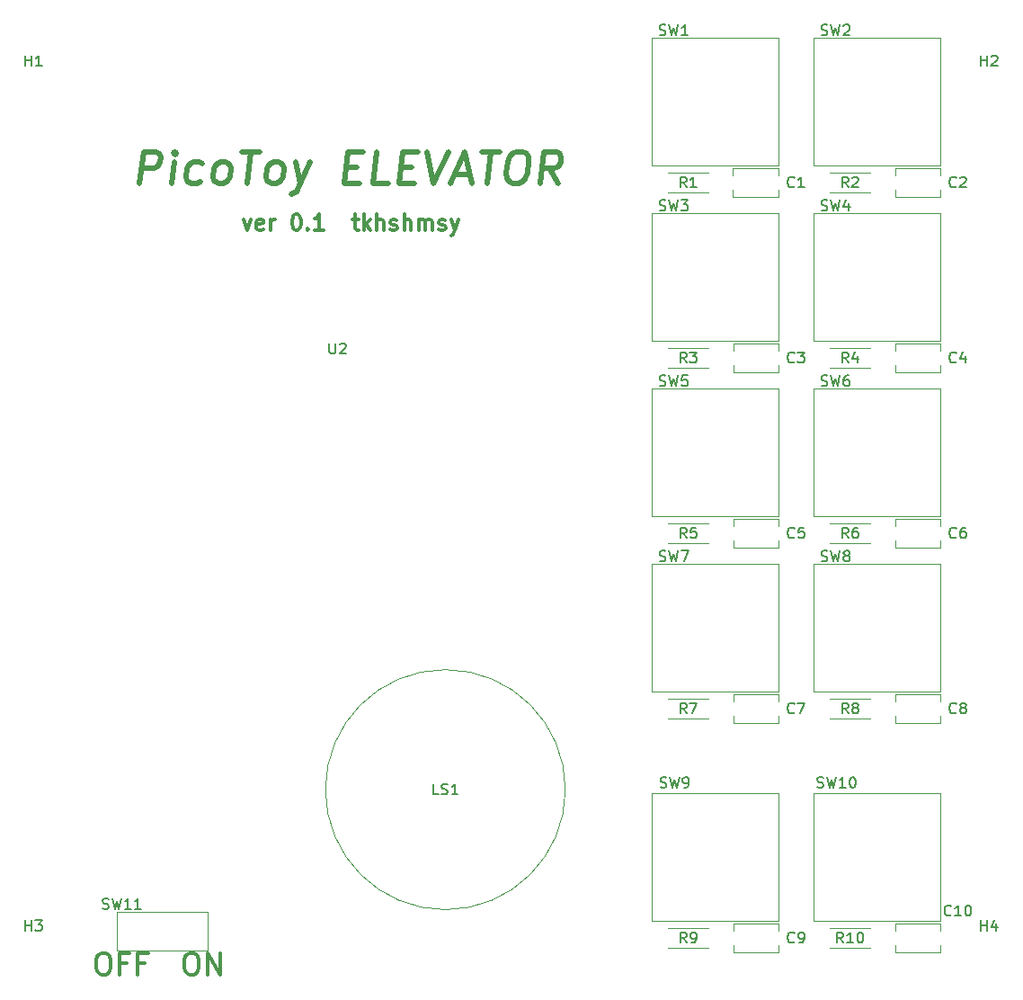
<source format=gto>
%TF.GenerationSoftware,KiCad,Pcbnew,6.0.2+dfsg-1*%
%TF.CreationDate,2024-01-09T17:30:34+09:00*%
%TF.ProjectId,pico-toy-elevator,7069636f-2d74-46f7-992d-656c65766174,rev?*%
%TF.SameCoordinates,Original*%
%TF.FileFunction,Legend,Top*%
%TF.FilePolarity,Positive*%
%FSLAX46Y46*%
G04 Gerber Fmt 4.6, Leading zero omitted, Abs format (unit mm)*
G04 Created by KiCad (PCBNEW 6.0.2+dfsg-1) date 2024-01-09 17:30:34*
%MOMM*%
%LPD*%
G01*
G04 APERTURE LIST*
%ADD10C,0.500000*%
%ADD11C,0.300000*%
%ADD12C,0.150000*%
%ADD13C,0.120000*%
G04 APERTURE END LIST*
D10*
X55003125Y-50887142D02*
X55378125Y-47887142D01*
X56520982Y-47887142D01*
X56788839Y-48030000D01*
X56913839Y-48172857D01*
X57020982Y-48458571D01*
X56967410Y-48887142D01*
X56788839Y-49172857D01*
X56628125Y-49315714D01*
X56324553Y-49458571D01*
X55181696Y-49458571D01*
X58003125Y-50887142D02*
X58253125Y-48887142D01*
X58378125Y-47887142D02*
X58217410Y-48030000D01*
X58342410Y-48172857D01*
X58503125Y-48030000D01*
X58378125Y-47887142D01*
X58342410Y-48172857D01*
X60735267Y-50744285D02*
X60431696Y-50887142D01*
X59860267Y-50887142D01*
X59592410Y-50744285D01*
X59467410Y-50601428D01*
X59360267Y-50315714D01*
X59467410Y-49458571D01*
X59645982Y-49172857D01*
X59806696Y-49030000D01*
X60110267Y-48887142D01*
X60681696Y-48887142D01*
X60949553Y-49030000D01*
X62431696Y-50887142D02*
X62163839Y-50744285D01*
X62038839Y-50601428D01*
X61931696Y-50315714D01*
X62038839Y-49458571D01*
X62217410Y-49172857D01*
X62378125Y-49030000D01*
X62681696Y-48887142D01*
X63110267Y-48887142D01*
X63378125Y-49030000D01*
X63503125Y-49172857D01*
X63610267Y-49458571D01*
X63503125Y-50315714D01*
X63324553Y-50601428D01*
X63163839Y-50744285D01*
X62860267Y-50887142D01*
X62431696Y-50887142D01*
X64663839Y-47887142D02*
X66378125Y-47887142D01*
X65145982Y-50887142D02*
X65520982Y-47887142D01*
X67431696Y-50887142D02*
X67163839Y-50744285D01*
X67038839Y-50601428D01*
X66931696Y-50315714D01*
X67038839Y-49458571D01*
X67217410Y-49172857D01*
X67378125Y-49030000D01*
X67681696Y-48887142D01*
X68110267Y-48887142D01*
X68378125Y-49030000D01*
X68503125Y-49172857D01*
X68610267Y-49458571D01*
X68503125Y-50315714D01*
X68324553Y-50601428D01*
X68163839Y-50744285D01*
X67860267Y-50887142D01*
X67431696Y-50887142D01*
X69681696Y-48887142D02*
X70145982Y-50887142D01*
X71110267Y-48887142D02*
X70145982Y-50887142D01*
X69770982Y-51601428D01*
X69610267Y-51744285D01*
X69306696Y-51887142D01*
X74485267Y-49315714D02*
X75485267Y-49315714D01*
X75717410Y-50887142D02*
X74288839Y-50887142D01*
X74663839Y-47887142D01*
X76092410Y-47887142D01*
X78431696Y-50887142D02*
X77003125Y-50887142D01*
X77378125Y-47887142D01*
X79628125Y-49315714D02*
X80628125Y-49315714D01*
X80860267Y-50887142D02*
X79431696Y-50887142D01*
X79806696Y-47887142D01*
X81235267Y-47887142D01*
X82092410Y-47887142D02*
X82717410Y-50887142D01*
X84092410Y-47887142D01*
X84681696Y-50030000D02*
X86110267Y-50030000D01*
X84288839Y-50887142D02*
X85663839Y-47887142D01*
X86288839Y-50887142D01*
X87235267Y-47887142D02*
X88949553Y-47887142D01*
X87717410Y-50887142D02*
X88092410Y-47887142D01*
X90520982Y-47887142D02*
X91092410Y-47887142D01*
X91360267Y-48030000D01*
X91610267Y-48315714D01*
X91681696Y-48887142D01*
X91556696Y-49887142D01*
X91342410Y-50458571D01*
X91020982Y-50744285D01*
X90717410Y-50887142D01*
X90145982Y-50887142D01*
X89878125Y-50744285D01*
X89628125Y-50458571D01*
X89556696Y-49887142D01*
X89681696Y-48887142D01*
X89895982Y-48315714D01*
X90217410Y-48030000D01*
X90520982Y-47887142D01*
X94431696Y-50887142D02*
X93610267Y-49458571D01*
X92717410Y-50887142D02*
X93092410Y-47887142D01*
X94235267Y-47887142D01*
X94503125Y-48030000D01*
X94628125Y-48172857D01*
X94735267Y-48458571D01*
X94681696Y-48887142D01*
X94503125Y-49172857D01*
X94342410Y-49315714D01*
X94038839Y-49458571D01*
X92895982Y-49458571D01*
D11*
X64787142Y-54288571D02*
X65144285Y-55288571D01*
X65501428Y-54288571D01*
X66644285Y-55217142D02*
X66501428Y-55288571D01*
X66215714Y-55288571D01*
X66072857Y-55217142D01*
X66001428Y-55074285D01*
X66001428Y-54502857D01*
X66072857Y-54360000D01*
X66215714Y-54288571D01*
X66501428Y-54288571D01*
X66644285Y-54360000D01*
X66715714Y-54502857D01*
X66715714Y-54645714D01*
X66001428Y-54788571D01*
X67358571Y-55288571D02*
X67358571Y-54288571D01*
X67358571Y-54574285D02*
X67430000Y-54431428D01*
X67501428Y-54360000D01*
X67644285Y-54288571D01*
X67787142Y-54288571D01*
X69715714Y-53788571D02*
X69858571Y-53788571D01*
X70001428Y-53860000D01*
X70072857Y-53931428D01*
X70144285Y-54074285D01*
X70215714Y-54360000D01*
X70215714Y-54717142D01*
X70144285Y-55002857D01*
X70072857Y-55145714D01*
X70001428Y-55217142D01*
X69858571Y-55288571D01*
X69715714Y-55288571D01*
X69572857Y-55217142D01*
X69501428Y-55145714D01*
X69430000Y-55002857D01*
X69358571Y-54717142D01*
X69358571Y-54360000D01*
X69430000Y-54074285D01*
X69501428Y-53931428D01*
X69572857Y-53860000D01*
X69715714Y-53788571D01*
X70858571Y-55145714D02*
X70930000Y-55217142D01*
X70858571Y-55288571D01*
X70787142Y-55217142D01*
X70858571Y-55145714D01*
X70858571Y-55288571D01*
X72358571Y-55288571D02*
X71501428Y-55288571D01*
X71930000Y-55288571D02*
X71930000Y-53788571D01*
X71787142Y-54002857D01*
X71644285Y-54145714D01*
X71501428Y-54217142D01*
X75072857Y-54288571D02*
X75644285Y-54288571D01*
X75287142Y-53788571D02*
X75287142Y-55074285D01*
X75358571Y-55217142D01*
X75501428Y-55288571D01*
X75644285Y-55288571D01*
X76144285Y-55288571D02*
X76144285Y-53788571D01*
X76287142Y-54717142D02*
X76715714Y-55288571D01*
X76715714Y-54288571D02*
X76144285Y-54860000D01*
X77358571Y-55288571D02*
X77358571Y-53788571D01*
X78001428Y-55288571D02*
X78001428Y-54502857D01*
X77930000Y-54360000D01*
X77787142Y-54288571D01*
X77572857Y-54288571D01*
X77430000Y-54360000D01*
X77358571Y-54431428D01*
X78644285Y-55217142D02*
X78787142Y-55288571D01*
X79072857Y-55288571D01*
X79215714Y-55217142D01*
X79287142Y-55074285D01*
X79287142Y-55002857D01*
X79215714Y-54860000D01*
X79072857Y-54788571D01*
X78858571Y-54788571D01*
X78715714Y-54717142D01*
X78644285Y-54574285D01*
X78644285Y-54502857D01*
X78715714Y-54360000D01*
X78858571Y-54288571D01*
X79072857Y-54288571D01*
X79215714Y-54360000D01*
X79930000Y-55288571D02*
X79930000Y-53788571D01*
X80572857Y-55288571D02*
X80572857Y-54502857D01*
X80501428Y-54360000D01*
X80358571Y-54288571D01*
X80144285Y-54288571D01*
X80001428Y-54360000D01*
X79930000Y-54431428D01*
X81287142Y-55288571D02*
X81287142Y-54288571D01*
X81287142Y-54431428D02*
X81358571Y-54360000D01*
X81501428Y-54288571D01*
X81715714Y-54288571D01*
X81858571Y-54360000D01*
X81930000Y-54502857D01*
X81930000Y-55288571D01*
X81930000Y-54502857D02*
X82001428Y-54360000D01*
X82144285Y-54288571D01*
X82358571Y-54288571D01*
X82501428Y-54360000D01*
X82572857Y-54502857D01*
X82572857Y-55288571D01*
X83215714Y-55217142D02*
X83358571Y-55288571D01*
X83644285Y-55288571D01*
X83787142Y-55217142D01*
X83858571Y-55074285D01*
X83858571Y-55002857D01*
X83787142Y-54860000D01*
X83644285Y-54788571D01*
X83430000Y-54788571D01*
X83287142Y-54717142D01*
X83215714Y-54574285D01*
X83215714Y-54502857D01*
X83287142Y-54360000D01*
X83430000Y-54288571D01*
X83644285Y-54288571D01*
X83787142Y-54360000D01*
X84358571Y-54288571D02*
X84715714Y-55288571D01*
X85072857Y-54288571D02*
X84715714Y-55288571D01*
X84572857Y-55645714D01*
X84501428Y-55717142D01*
X84358571Y-55788571D01*
X59721904Y-123364761D02*
X60102857Y-123364761D01*
X60293333Y-123460000D01*
X60483809Y-123650476D01*
X60579047Y-124031428D01*
X60579047Y-124698095D01*
X60483809Y-125079047D01*
X60293333Y-125269523D01*
X60102857Y-125364761D01*
X59721904Y-125364761D01*
X59531428Y-125269523D01*
X59340952Y-125079047D01*
X59245714Y-124698095D01*
X59245714Y-124031428D01*
X59340952Y-123650476D01*
X59531428Y-123460000D01*
X59721904Y-123364761D01*
X61436190Y-125364761D02*
X61436190Y-123364761D01*
X62579047Y-125364761D01*
X62579047Y-123364761D01*
X51435238Y-123364761D02*
X51816190Y-123364761D01*
X52006666Y-123460000D01*
X52197142Y-123650476D01*
X52292380Y-124031428D01*
X52292380Y-124698095D01*
X52197142Y-125079047D01*
X52006666Y-125269523D01*
X51816190Y-125364761D01*
X51435238Y-125364761D01*
X51244761Y-125269523D01*
X51054285Y-125079047D01*
X50959047Y-124698095D01*
X50959047Y-124031428D01*
X51054285Y-123650476D01*
X51244761Y-123460000D01*
X51435238Y-123364761D01*
X53816190Y-124317142D02*
X53149523Y-124317142D01*
X53149523Y-125364761D02*
X53149523Y-123364761D01*
X54101904Y-123364761D01*
X55530476Y-124317142D02*
X54863809Y-124317142D01*
X54863809Y-125364761D02*
X54863809Y-123364761D01*
X55816190Y-123364761D01*
D12*
%TO.C,SW10*%
X118840476Y-107719761D02*
X118983333Y-107767380D01*
X119221428Y-107767380D01*
X119316666Y-107719761D01*
X119364285Y-107672142D01*
X119411904Y-107576904D01*
X119411904Y-107481666D01*
X119364285Y-107386428D01*
X119316666Y-107338809D01*
X119221428Y-107291190D01*
X119030952Y-107243571D01*
X118935714Y-107195952D01*
X118888095Y-107148333D01*
X118840476Y-107053095D01*
X118840476Y-106957857D01*
X118888095Y-106862619D01*
X118935714Y-106815000D01*
X119030952Y-106767380D01*
X119269047Y-106767380D01*
X119411904Y-106815000D01*
X119745238Y-106767380D02*
X119983333Y-107767380D01*
X120173809Y-107053095D01*
X120364285Y-107767380D01*
X120602380Y-106767380D01*
X121507142Y-107767380D02*
X120935714Y-107767380D01*
X121221428Y-107767380D02*
X121221428Y-106767380D01*
X121126190Y-106910238D01*
X121030952Y-107005476D01*
X120935714Y-107053095D01*
X122126190Y-106767380D02*
X122221428Y-106767380D01*
X122316666Y-106815000D01*
X122364285Y-106862619D01*
X122411904Y-106957857D01*
X122459523Y-107148333D01*
X122459523Y-107386428D01*
X122411904Y-107576904D01*
X122364285Y-107672142D01*
X122316666Y-107719761D01*
X122221428Y-107767380D01*
X122126190Y-107767380D01*
X122030952Y-107719761D01*
X121983333Y-107672142D01*
X121935714Y-107576904D01*
X121888095Y-107386428D01*
X121888095Y-107148333D01*
X121935714Y-106957857D01*
X121983333Y-106862619D01*
X122030952Y-106815000D01*
X122126190Y-106767380D01*
%TO.C,SW9*%
X104076666Y-107719761D02*
X104219523Y-107767380D01*
X104457619Y-107767380D01*
X104552857Y-107719761D01*
X104600476Y-107672142D01*
X104648095Y-107576904D01*
X104648095Y-107481666D01*
X104600476Y-107386428D01*
X104552857Y-107338809D01*
X104457619Y-107291190D01*
X104267142Y-107243571D01*
X104171904Y-107195952D01*
X104124285Y-107148333D01*
X104076666Y-107053095D01*
X104076666Y-106957857D01*
X104124285Y-106862619D01*
X104171904Y-106815000D01*
X104267142Y-106767380D01*
X104505238Y-106767380D01*
X104648095Y-106815000D01*
X104981428Y-106767380D02*
X105219523Y-107767380D01*
X105410000Y-107053095D01*
X105600476Y-107767380D01*
X105838571Y-106767380D01*
X106267142Y-107767380D02*
X106457619Y-107767380D01*
X106552857Y-107719761D01*
X106600476Y-107672142D01*
X106695714Y-107529285D01*
X106743333Y-107338809D01*
X106743333Y-106957857D01*
X106695714Y-106862619D01*
X106648095Y-106815000D01*
X106552857Y-106767380D01*
X106362380Y-106767380D01*
X106267142Y-106815000D01*
X106219523Y-106862619D01*
X106171904Y-106957857D01*
X106171904Y-107195952D01*
X106219523Y-107291190D01*
X106267142Y-107338809D01*
X106362380Y-107386428D01*
X106552857Y-107386428D01*
X106648095Y-107338809D01*
X106695714Y-107291190D01*
X106743333Y-107195952D01*
%TO.C,SW8*%
X119226666Y-86414761D02*
X119369523Y-86462380D01*
X119607619Y-86462380D01*
X119702857Y-86414761D01*
X119750476Y-86367142D01*
X119798095Y-86271904D01*
X119798095Y-86176666D01*
X119750476Y-86081428D01*
X119702857Y-86033809D01*
X119607619Y-85986190D01*
X119417142Y-85938571D01*
X119321904Y-85890952D01*
X119274285Y-85843333D01*
X119226666Y-85748095D01*
X119226666Y-85652857D01*
X119274285Y-85557619D01*
X119321904Y-85510000D01*
X119417142Y-85462380D01*
X119655238Y-85462380D01*
X119798095Y-85510000D01*
X120131428Y-85462380D02*
X120369523Y-86462380D01*
X120560000Y-85748095D01*
X120750476Y-86462380D01*
X120988571Y-85462380D01*
X121512380Y-85890952D02*
X121417142Y-85843333D01*
X121369523Y-85795714D01*
X121321904Y-85700476D01*
X121321904Y-85652857D01*
X121369523Y-85557619D01*
X121417142Y-85510000D01*
X121512380Y-85462380D01*
X121702857Y-85462380D01*
X121798095Y-85510000D01*
X121845714Y-85557619D01*
X121893333Y-85652857D01*
X121893333Y-85700476D01*
X121845714Y-85795714D01*
X121798095Y-85843333D01*
X121702857Y-85890952D01*
X121512380Y-85890952D01*
X121417142Y-85938571D01*
X121369523Y-85986190D01*
X121321904Y-86081428D01*
X121321904Y-86271904D01*
X121369523Y-86367142D01*
X121417142Y-86414761D01*
X121512380Y-86462380D01*
X121702857Y-86462380D01*
X121798095Y-86414761D01*
X121845714Y-86367142D01*
X121893333Y-86271904D01*
X121893333Y-86081428D01*
X121845714Y-85986190D01*
X121798095Y-85938571D01*
X121702857Y-85890952D01*
%TO.C,SW7*%
X103986666Y-86414761D02*
X104129523Y-86462380D01*
X104367619Y-86462380D01*
X104462857Y-86414761D01*
X104510476Y-86367142D01*
X104558095Y-86271904D01*
X104558095Y-86176666D01*
X104510476Y-86081428D01*
X104462857Y-86033809D01*
X104367619Y-85986190D01*
X104177142Y-85938571D01*
X104081904Y-85890952D01*
X104034285Y-85843333D01*
X103986666Y-85748095D01*
X103986666Y-85652857D01*
X104034285Y-85557619D01*
X104081904Y-85510000D01*
X104177142Y-85462380D01*
X104415238Y-85462380D01*
X104558095Y-85510000D01*
X104891428Y-85462380D02*
X105129523Y-86462380D01*
X105320000Y-85748095D01*
X105510476Y-86462380D01*
X105748571Y-85462380D01*
X106034285Y-85462380D02*
X106700952Y-85462380D01*
X106272380Y-86462380D01*
%TO.C,SW6*%
X119226666Y-69904761D02*
X119369523Y-69952380D01*
X119607619Y-69952380D01*
X119702857Y-69904761D01*
X119750476Y-69857142D01*
X119798095Y-69761904D01*
X119798095Y-69666666D01*
X119750476Y-69571428D01*
X119702857Y-69523809D01*
X119607619Y-69476190D01*
X119417142Y-69428571D01*
X119321904Y-69380952D01*
X119274285Y-69333333D01*
X119226666Y-69238095D01*
X119226666Y-69142857D01*
X119274285Y-69047619D01*
X119321904Y-69000000D01*
X119417142Y-68952380D01*
X119655238Y-68952380D01*
X119798095Y-69000000D01*
X120131428Y-68952380D02*
X120369523Y-69952380D01*
X120560000Y-69238095D01*
X120750476Y-69952380D01*
X120988571Y-68952380D01*
X121798095Y-68952380D02*
X121607619Y-68952380D01*
X121512380Y-69000000D01*
X121464761Y-69047619D01*
X121369523Y-69190476D01*
X121321904Y-69380952D01*
X121321904Y-69761904D01*
X121369523Y-69857142D01*
X121417142Y-69904761D01*
X121512380Y-69952380D01*
X121702857Y-69952380D01*
X121798095Y-69904761D01*
X121845714Y-69857142D01*
X121893333Y-69761904D01*
X121893333Y-69523809D01*
X121845714Y-69428571D01*
X121798095Y-69380952D01*
X121702857Y-69333333D01*
X121512380Y-69333333D01*
X121417142Y-69380952D01*
X121369523Y-69428571D01*
X121321904Y-69523809D01*
%TO.C,SW5*%
X103986666Y-69904761D02*
X104129523Y-69952380D01*
X104367619Y-69952380D01*
X104462857Y-69904761D01*
X104510476Y-69857142D01*
X104558095Y-69761904D01*
X104558095Y-69666666D01*
X104510476Y-69571428D01*
X104462857Y-69523809D01*
X104367619Y-69476190D01*
X104177142Y-69428571D01*
X104081904Y-69380952D01*
X104034285Y-69333333D01*
X103986666Y-69238095D01*
X103986666Y-69142857D01*
X104034285Y-69047619D01*
X104081904Y-69000000D01*
X104177142Y-68952380D01*
X104415238Y-68952380D01*
X104558095Y-69000000D01*
X104891428Y-68952380D02*
X105129523Y-69952380D01*
X105320000Y-69238095D01*
X105510476Y-69952380D01*
X105748571Y-68952380D01*
X106605714Y-68952380D02*
X106129523Y-68952380D01*
X106081904Y-69428571D01*
X106129523Y-69380952D01*
X106224761Y-69333333D01*
X106462857Y-69333333D01*
X106558095Y-69380952D01*
X106605714Y-69428571D01*
X106653333Y-69523809D01*
X106653333Y-69761904D01*
X106605714Y-69857142D01*
X106558095Y-69904761D01*
X106462857Y-69952380D01*
X106224761Y-69952380D01*
X106129523Y-69904761D01*
X106081904Y-69857142D01*
%TO.C,SW4*%
X119226666Y-53394761D02*
X119369523Y-53442380D01*
X119607619Y-53442380D01*
X119702857Y-53394761D01*
X119750476Y-53347142D01*
X119798095Y-53251904D01*
X119798095Y-53156666D01*
X119750476Y-53061428D01*
X119702857Y-53013809D01*
X119607619Y-52966190D01*
X119417142Y-52918571D01*
X119321904Y-52870952D01*
X119274285Y-52823333D01*
X119226666Y-52728095D01*
X119226666Y-52632857D01*
X119274285Y-52537619D01*
X119321904Y-52490000D01*
X119417142Y-52442380D01*
X119655238Y-52442380D01*
X119798095Y-52490000D01*
X120131428Y-52442380D02*
X120369523Y-53442380D01*
X120560000Y-52728095D01*
X120750476Y-53442380D01*
X120988571Y-52442380D01*
X121798095Y-52775714D02*
X121798095Y-53442380D01*
X121560000Y-52394761D02*
X121321904Y-53109047D01*
X121940952Y-53109047D01*
%TO.C,SW3*%
X103986666Y-53394761D02*
X104129523Y-53442380D01*
X104367619Y-53442380D01*
X104462857Y-53394761D01*
X104510476Y-53347142D01*
X104558095Y-53251904D01*
X104558095Y-53156666D01*
X104510476Y-53061428D01*
X104462857Y-53013809D01*
X104367619Y-52966190D01*
X104177142Y-52918571D01*
X104081904Y-52870952D01*
X104034285Y-52823333D01*
X103986666Y-52728095D01*
X103986666Y-52632857D01*
X104034285Y-52537619D01*
X104081904Y-52490000D01*
X104177142Y-52442380D01*
X104415238Y-52442380D01*
X104558095Y-52490000D01*
X104891428Y-52442380D02*
X105129523Y-53442380D01*
X105320000Y-52728095D01*
X105510476Y-53442380D01*
X105748571Y-52442380D01*
X106034285Y-52442380D02*
X106653333Y-52442380D01*
X106320000Y-52823333D01*
X106462857Y-52823333D01*
X106558095Y-52870952D01*
X106605714Y-52918571D01*
X106653333Y-53013809D01*
X106653333Y-53251904D01*
X106605714Y-53347142D01*
X106558095Y-53394761D01*
X106462857Y-53442380D01*
X106177142Y-53442380D01*
X106081904Y-53394761D01*
X106034285Y-53347142D01*
%TO.C,SW2*%
X119226666Y-36884761D02*
X119369523Y-36932380D01*
X119607619Y-36932380D01*
X119702857Y-36884761D01*
X119750476Y-36837142D01*
X119798095Y-36741904D01*
X119798095Y-36646666D01*
X119750476Y-36551428D01*
X119702857Y-36503809D01*
X119607619Y-36456190D01*
X119417142Y-36408571D01*
X119321904Y-36360952D01*
X119274285Y-36313333D01*
X119226666Y-36218095D01*
X119226666Y-36122857D01*
X119274285Y-36027619D01*
X119321904Y-35980000D01*
X119417142Y-35932380D01*
X119655238Y-35932380D01*
X119798095Y-35980000D01*
X120131428Y-35932380D02*
X120369523Y-36932380D01*
X120560000Y-36218095D01*
X120750476Y-36932380D01*
X120988571Y-35932380D01*
X121321904Y-36027619D02*
X121369523Y-35980000D01*
X121464761Y-35932380D01*
X121702857Y-35932380D01*
X121798095Y-35980000D01*
X121845714Y-36027619D01*
X121893333Y-36122857D01*
X121893333Y-36218095D01*
X121845714Y-36360952D01*
X121274285Y-36932380D01*
X121893333Y-36932380D01*
%TO.C,SW1*%
X103986666Y-36884761D02*
X104129523Y-36932380D01*
X104367619Y-36932380D01*
X104462857Y-36884761D01*
X104510476Y-36837142D01*
X104558095Y-36741904D01*
X104558095Y-36646666D01*
X104510476Y-36551428D01*
X104462857Y-36503809D01*
X104367619Y-36456190D01*
X104177142Y-36408571D01*
X104081904Y-36360952D01*
X104034285Y-36313333D01*
X103986666Y-36218095D01*
X103986666Y-36122857D01*
X104034285Y-36027619D01*
X104081904Y-35980000D01*
X104177142Y-35932380D01*
X104415238Y-35932380D01*
X104558095Y-35980000D01*
X104891428Y-35932380D02*
X105129523Y-36932380D01*
X105320000Y-36218095D01*
X105510476Y-36932380D01*
X105748571Y-35932380D01*
X106653333Y-36932380D02*
X106081904Y-36932380D01*
X106367619Y-36932380D02*
X106367619Y-35932380D01*
X106272380Y-36075238D01*
X106177142Y-36170476D01*
X106081904Y-36218095D01*
%TO.C,C8*%
X131913333Y-100687142D02*
X131865714Y-100734761D01*
X131722857Y-100782380D01*
X131627619Y-100782380D01*
X131484761Y-100734761D01*
X131389523Y-100639523D01*
X131341904Y-100544285D01*
X131294285Y-100353809D01*
X131294285Y-100210952D01*
X131341904Y-100020476D01*
X131389523Y-99925238D01*
X131484761Y-99830000D01*
X131627619Y-99782380D01*
X131722857Y-99782380D01*
X131865714Y-99830000D01*
X131913333Y-99877619D01*
X132484761Y-100210952D02*
X132389523Y-100163333D01*
X132341904Y-100115714D01*
X132294285Y-100020476D01*
X132294285Y-99972857D01*
X132341904Y-99877619D01*
X132389523Y-99830000D01*
X132484761Y-99782380D01*
X132675238Y-99782380D01*
X132770476Y-99830000D01*
X132818095Y-99877619D01*
X132865714Y-99972857D01*
X132865714Y-100020476D01*
X132818095Y-100115714D01*
X132770476Y-100163333D01*
X132675238Y-100210952D01*
X132484761Y-100210952D01*
X132389523Y-100258571D01*
X132341904Y-100306190D01*
X132294285Y-100401428D01*
X132294285Y-100591904D01*
X132341904Y-100687142D01*
X132389523Y-100734761D01*
X132484761Y-100782380D01*
X132675238Y-100782380D01*
X132770476Y-100734761D01*
X132818095Y-100687142D01*
X132865714Y-100591904D01*
X132865714Y-100401428D01*
X132818095Y-100306190D01*
X132770476Y-100258571D01*
X132675238Y-100210952D01*
%TO.C,C3*%
X116673333Y-67667142D02*
X116625714Y-67714761D01*
X116482857Y-67762380D01*
X116387619Y-67762380D01*
X116244761Y-67714761D01*
X116149523Y-67619523D01*
X116101904Y-67524285D01*
X116054285Y-67333809D01*
X116054285Y-67190952D01*
X116101904Y-67000476D01*
X116149523Y-66905238D01*
X116244761Y-66810000D01*
X116387619Y-66762380D01*
X116482857Y-66762380D01*
X116625714Y-66810000D01*
X116673333Y-66857619D01*
X117006666Y-66762380D02*
X117625714Y-66762380D01*
X117292380Y-67143333D01*
X117435238Y-67143333D01*
X117530476Y-67190952D01*
X117578095Y-67238571D01*
X117625714Y-67333809D01*
X117625714Y-67571904D01*
X117578095Y-67667142D01*
X117530476Y-67714761D01*
X117435238Y-67762380D01*
X117149523Y-67762380D01*
X117054285Y-67714761D01*
X117006666Y-67667142D01*
%TO.C,SW11*%
X51530476Y-119149761D02*
X51673333Y-119197380D01*
X51911428Y-119197380D01*
X52006666Y-119149761D01*
X52054285Y-119102142D01*
X52101904Y-119006904D01*
X52101904Y-118911666D01*
X52054285Y-118816428D01*
X52006666Y-118768809D01*
X51911428Y-118721190D01*
X51720952Y-118673571D01*
X51625714Y-118625952D01*
X51578095Y-118578333D01*
X51530476Y-118483095D01*
X51530476Y-118387857D01*
X51578095Y-118292619D01*
X51625714Y-118245000D01*
X51720952Y-118197380D01*
X51959047Y-118197380D01*
X52101904Y-118245000D01*
X52435238Y-118197380D02*
X52673333Y-119197380D01*
X52863809Y-118483095D01*
X53054285Y-119197380D01*
X53292380Y-118197380D01*
X54197142Y-119197380D02*
X53625714Y-119197380D01*
X53911428Y-119197380D02*
X53911428Y-118197380D01*
X53816190Y-118340238D01*
X53720952Y-118435476D01*
X53625714Y-118483095D01*
X55149523Y-119197380D02*
X54578095Y-119197380D01*
X54863809Y-119197380D02*
X54863809Y-118197380D01*
X54768571Y-118340238D01*
X54673333Y-118435476D01*
X54578095Y-118483095D01*
%TO.C,R4*%
X121753333Y-67762380D02*
X121420000Y-67286190D01*
X121181904Y-67762380D02*
X121181904Y-66762380D01*
X121562857Y-66762380D01*
X121658095Y-66810000D01*
X121705714Y-66857619D01*
X121753333Y-66952857D01*
X121753333Y-67095714D01*
X121705714Y-67190952D01*
X121658095Y-67238571D01*
X121562857Y-67286190D01*
X121181904Y-67286190D01*
X122610476Y-67095714D02*
X122610476Y-67762380D01*
X122372380Y-66714761D02*
X122134285Y-67429047D01*
X122753333Y-67429047D01*
%TO.C,R7*%
X106513333Y-100782380D02*
X106180000Y-100306190D01*
X105941904Y-100782380D02*
X105941904Y-99782380D01*
X106322857Y-99782380D01*
X106418095Y-99830000D01*
X106465714Y-99877619D01*
X106513333Y-99972857D01*
X106513333Y-100115714D01*
X106465714Y-100210952D01*
X106418095Y-100258571D01*
X106322857Y-100306190D01*
X105941904Y-100306190D01*
X106846666Y-99782380D02*
X107513333Y-99782380D01*
X107084761Y-100782380D01*
%TO.C,R5*%
X106513333Y-84272380D02*
X106180000Y-83796190D01*
X105941904Y-84272380D02*
X105941904Y-83272380D01*
X106322857Y-83272380D01*
X106418095Y-83320000D01*
X106465714Y-83367619D01*
X106513333Y-83462857D01*
X106513333Y-83605714D01*
X106465714Y-83700952D01*
X106418095Y-83748571D01*
X106322857Y-83796190D01*
X105941904Y-83796190D01*
X107418095Y-83272380D02*
X106941904Y-83272380D01*
X106894285Y-83748571D01*
X106941904Y-83700952D01*
X107037142Y-83653333D01*
X107275238Y-83653333D01*
X107370476Y-83700952D01*
X107418095Y-83748571D01*
X107465714Y-83843809D01*
X107465714Y-84081904D01*
X107418095Y-84177142D01*
X107370476Y-84224761D01*
X107275238Y-84272380D01*
X107037142Y-84272380D01*
X106941904Y-84224761D01*
X106894285Y-84177142D01*
%TO.C,H2*%
X134238095Y-39822380D02*
X134238095Y-38822380D01*
X134238095Y-39298571D02*
X134809523Y-39298571D01*
X134809523Y-39822380D02*
X134809523Y-38822380D01*
X135238095Y-38917619D02*
X135285714Y-38870000D01*
X135380952Y-38822380D01*
X135619047Y-38822380D01*
X135714285Y-38870000D01*
X135761904Y-38917619D01*
X135809523Y-39012857D01*
X135809523Y-39108095D01*
X135761904Y-39250952D01*
X135190476Y-39822380D01*
X135809523Y-39822380D01*
%TO.C,R2*%
X121753333Y-51252380D02*
X121420000Y-50776190D01*
X121181904Y-51252380D02*
X121181904Y-50252380D01*
X121562857Y-50252380D01*
X121658095Y-50300000D01*
X121705714Y-50347619D01*
X121753333Y-50442857D01*
X121753333Y-50585714D01*
X121705714Y-50680952D01*
X121658095Y-50728571D01*
X121562857Y-50776190D01*
X121181904Y-50776190D01*
X122134285Y-50347619D02*
X122181904Y-50300000D01*
X122277142Y-50252380D01*
X122515238Y-50252380D01*
X122610476Y-50300000D01*
X122658095Y-50347619D01*
X122705714Y-50442857D01*
X122705714Y-50538095D01*
X122658095Y-50680952D01*
X122086666Y-51252380D01*
X122705714Y-51252380D01*
%TO.C,C6*%
X131913333Y-84177142D02*
X131865714Y-84224761D01*
X131722857Y-84272380D01*
X131627619Y-84272380D01*
X131484761Y-84224761D01*
X131389523Y-84129523D01*
X131341904Y-84034285D01*
X131294285Y-83843809D01*
X131294285Y-83700952D01*
X131341904Y-83510476D01*
X131389523Y-83415238D01*
X131484761Y-83320000D01*
X131627619Y-83272380D01*
X131722857Y-83272380D01*
X131865714Y-83320000D01*
X131913333Y-83367619D01*
X132770476Y-83272380D02*
X132580000Y-83272380D01*
X132484761Y-83320000D01*
X132437142Y-83367619D01*
X132341904Y-83510476D01*
X132294285Y-83700952D01*
X132294285Y-84081904D01*
X132341904Y-84177142D01*
X132389523Y-84224761D01*
X132484761Y-84272380D01*
X132675238Y-84272380D01*
X132770476Y-84224761D01*
X132818095Y-84177142D01*
X132865714Y-84081904D01*
X132865714Y-83843809D01*
X132818095Y-83748571D01*
X132770476Y-83700952D01*
X132675238Y-83653333D01*
X132484761Y-83653333D01*
X132389523Y-83700952D01*
X132341904Y-83748571D01*
X132294285Y-83843809D01*
%TO.C,R8*%
X121753333Y-100782380D02*
X121420000Y-100306190D01*
X121181904Y-100782380D02*
X121181904Y-99782380D01*
X121562857Y-99782380D01*
X121658095Y-99830000D01*
X121705714Y-99877619D01*
X121753333Y-99972857D01*
X121753333Y-100115714D01*
X121705714Y-100210952D01*
X121658095Y-100258571D01*
X121562857Y-100306190D01*
X121181904Y-100306190D01*
X122324761Y-100210952D02*
X122229523Y-100163333D01*
X122181904Y-100115714D01*
X122134285Y-100020476D01*
X122134285Y-99972857D01*
X122181904Y-99877619D01*
X122229523Y-99830000D01*
X122324761Y-99782380D01*
X122515238Y-99782380D01*
X122610476Y-99830000D01*
X122658095Y-99877619D01*
X122705714Y-99972857D01*
X122705714Y-100020476D01*
X122658095Y-100115714D01*
X122610476Y-100163333D01*
X122515238Y-100210952D01*
X122324761Y-100210952D01*
X122229523Y-100258571D01*
X122181904Y-100306190D01*
X122134285Y-100401428D01*
X122134285Y-100591904D01*
X122181904Y-100687142D01*
X122229523Y-100734761D01*
X122324761Y-100782380D01*
X122515238Y-100782380D01*
X122610476Y-100734761D01*
X122658095Y-100687142D01*
X122705714Y-100591904D01*
X122705714Y-100401428D01*
X122658095Y-100306190D01*
X122610476Y-100258571D01*
X122515238Y-100210952D01*
%TO.C,U2*%
X72898095Y-65922380D02*
X72898095Y-66731904D01*
X72945714Y-66827142D01*
X72993333Y-66874761D01*
X73088571Y-66922380D01*
X73279047Y-66922380D01*
X73374285Y-66874761D01*
X73421904Y-66827142D01*
X73469523Y-66731904D01*
X73469523Y-65922380D01*
X73898095Y-66017619D02*
X73945714Y-65970000D01*
X74040952Y-65922380D01*
X74279047Y-65922380D01*
X74374285Y-65970000D01*
X74421904Y-66017619D01*
X74469523Y-66112857D01*
X74469523Y-66208095D01*
X74421904Y-66350952D01*
X73850476Y-66922380D01*
X74469523Y-66922380D01*
%TO.C,R3*%
X106513333Y-67762380D02*
X106180000Y-67286190D01*
X105941904Y-67762380D02*
X105941904Y-66762380D01*
X106322857Y-66762380D01*
X106418095Y-66810000D01*
X106465714Y-66857619D01*
X106513333Y-66952857D01*
X106513333Y-67095714D01*
X106465714Y-67190952D01*
X106418095Y-67238571D01*
X106322857Y-67286190D01*
X105941904Y-67286190D01*
X106846666Y-66762380D02*
X107465714Y-66762380D01*
X107132380Y-67143333D01*
X107275238Y-67143333D01*
X107370476Y-67190952D01*
X107418095Y-67238571D01*
X107465714Y-67333809D01*
X107465714Y-67571904D01*
X107418095Y-67667142D01*
X107370476Y-67714761D01*
X107275238Y-67762380D01*
X106989523Y-67762380D01*
X106894285Y-67714761D01*
X106846666Y-67667142D01*
%TO.C,C7*%
X116673333Y-100687142D02*
X116625714Y-100734761D01*
X116482857Y-100782380D01*
X116387619Y-100782380D01*
X116244761Y-100734761D01*
X116149523Y-100639523D01*
X116101904Y-100544285D01*
X116054285Y-100353809D01*
X116054285Y-100210952D01*
X116101904Y-100020476D01*
X116149523Y-99925238D01*
X116244761Y-99830000D01*
X116387619Y-99782380D01*
X116482857Y-99782380D01*
X116625714Y-99830000D01*
X116673333Y-99877619D01*
X117006666Y-99782380D02*
X117673333Y-99782380D01*
X117244761Y-100782380D01*
%TO.C,C9*%
X116673333Y-122277142D02*
X116625714Y-122324761D01*
X116482857Y-122372380D01*
X116387619Y-122372380D01*
X116244761Y-122324761D01*
X116149523Y-122229523D01*
X116101904Y-122134285D01*
X116054285Y-121943809D01*
X116054285Y-121800952D01*
X116101904Y-121610476D01*
X116149523Y-121515238D01*
X116244761Y-121420000D01*
X116387619Y-121372380D01*
X116482857Y-121372380D01*
X116625714Y-121420000D01*
X116673333Y-121467619D01*
X117149523Y-122372380D02*
X117340000Y-122372380D01*
X117435238Y-122324761D01*
X117482857Y-122277142D01*
X117578095Y-122134285D01*
X117625714Y-121943809D01*
X117625714Y-121562857D01*
X117578095Y-121467619D01*
X117530476Y-121420000D01*
X117435238Y-121372380D01*
X117244761Y-121372380D01*
X117149523Y-121420000D01*
X117101904Y-121467619D01*
X117054285Y-121562857D01*
X117054285Y-121800952D01*
X117101904Y-121896190D01*
X117149523Y-121943809D01*
X117244761Y-121991428D01*
X117435238Y-121991428D01*
X117530476Y-121943809D01*
X117578095Y-121896190D01*
X117625714Y-121800952D01*
%TO.C,H3*%
X44238095Y-121252380D02*
X44238095Y-120252380D01*
X44238095Y-120728571D02*
X44809523Y-120728571D01*
X44809523Y-121252380D02*
X44809523Y-120252380D01*
X45190476Y-120252380D02*
X45809523Y-120252380D01*
X45476190Y-120633333D01*
X45619047Y-120633333D01*
X45714285Y-120680952D01*
X45761904Y-120728571D01*
X45809523Y-120823809D01*
X45809523Y-121061904D01*
X45761904Y-121157142D01*
X45714285Y-121204761D01*
X45619047Y-121252380D01*
X45333333Y-121252380D01*
X45238095Y-121204761D01*
X45190476Y-121157142D01*
%TO.C,R10*%
X121277142Y-122372380D02*
X120943809Y-121896190D01*
X120705714Y-122372380D02*
X120705714Y-121372380D01*
X121086666Y-121372380D01*
X121181904Y-121420000D01*
X121229523Y-121467619D01*
X121277142Y-121562857D01*
X121277142Y-121705714D01*
X121229523Y-121800952D01*
X121181904Y-121848571D01*
X121086666Y-121896190D01*
X120705714Y-121896190D01*
X122229523Y-122372380D02*
X121658095Y-122372380D01*
X121943809Y-122372380D02*
X121943809Y-121372380D01*
X121848571Y-121515238D01*
X121753333Y-121610476D01*
X121658095Y-121658095D01*
X122848571Y-121372380D02*
X122943809Y-121372380D01*
X123039047Y-121420000D01*
X123086666Y-121467619D01*
X123134285Y-121562857D01*
X123181904Y-121753333D01*
X123181904Y-121991428D01*
X123134285Y-122181904D01*
X123086666Y-122277142D01*
X123039047Y-122324761D01*
X122943809Y-122372380D01*
X122848571Y-122372380D01*
X122753333Y-122324761D01*
X122705714Y-122277142D01*
X122658095Y-122181904D01*
X122610476Y-121991428D01*
X122610476Y-121753333D01*
X122658095Y-121562857D01*
X122705714Y-121467619D01*
X122753333Y-121420000D01*
X122848571Y-121372380D01*
%TO.C,R1*%
X106513333Y-51252380D02*
X106180000Y-50776190D01*
X105941904Y-51252380D02*
X105941904Y-50252380D01*
X106322857Y-50252380D01*
X106418095Y-50300000D01*
X106465714Y-50347619D01*
X106513333Y-50442857D01*
X106513333Y-50585714D01*
X106465714Y-50680952D01*
X106418095Y-50728571D01*
X106322857Y-50776190D01*
X105941904Y-50776190D01*
X107465714Y-51252380D02*
X106894285Y-51252380D01*
X107180000Y-51252380D02*
X107180000Y-50252380D01*
X107084761Y-50395238D01*
X106989523Y-50490476D01*
X106894285Y-50538095D01*
%TO.C,C5*%
X116673333Y-84177142D02*
X116625714Y-84224761D01*
X116482857Y-84272380D01*
X116387619Y-84272380D01*
X116244761Y-84224761D01*
X116149523Y-84129523D01*
X116101904Y-84034285D01*
X116054285Y-83843809D01*
X116054285Y-83700952D01*
X116101904Y-83510476D01*
X116149523Y-83415238D01*
X116244761Y-83320000D01*
X116387619Y-83272380D01*
X116482857Y-83272380D01*
X116625714Y-83320000D01*
X116673333Y-83367619D01*
X117578095Y-83272380D02*
X117101904Y-83272380D01*
X117054285Y-83748571D01*
X117101904Y-83700952D01*
X117197142Y-83653333D01*
X117435238Y-83653333D01*
X117530476Y-83700952D01*
X117578095Y-83748571D01*
X117625714Y-83843809D01*
X117625714Y-84081904D01*
X117578095Y-84177142D01*
X117530476Y-84224761D01*
X117435238Y-84272380D01*
X117197142Y-84272380D01*
X117101904Y-84224761D01*
X117054285Y-84177142D01*
%TO.C,C4*%
X131913333Y-67667142D02*
X131865714Y-67714761D01*
X131722857Y-67762380D01*
X131627619Y-67762380D01*
X131484761Y-67714761D01*
X131389523Y-67619523D01*
X131341904Y-67524285D01*
X131294285Y-67333809D01*
X131294285Y-67190952D01*
X131341904Y-67000476D01*
X131389523Y-66905238D01*
X131484761Y-66810000D01*
X131627619Y-66762380D01*
X131722857Y-66762380D01*
X131865714Y-66810000D01*
X131913333Y-66857619D01*
X132770476Y-67095714D02*
X132770476Y-67762380D01*
X132532380Y-66714761D02*
X132294285Y-67429047D01*
X132913333Y-67429047D01*
%TO.C,H4*%
X134238095Y-121252380D02*
X134238095Y-120252380D01*
X134238095Y-120728571D02*
X134809523Y-120728571D01*
X134809523Y-121252380D02*
X134809523Y-120252380D01*
X135714285Y-120585714D02*
X135714285Y-121252380D01*
X135476190Y-120204761D02*
X135238095Y-120919047D01*
X135857142Y-120919047D01*
%TO.C,R6*%
X121753333Y-84272380D02*
X121420000Y-83796190D01*
X121181904Y-84272380D02*
X121181904Y-83272380D01*
X121562857Y-83272380D01*
X121658095Y-83320000D01*
X121705714Y-83367619D01*
X121753333Y-83462857D01*
X121753333Y-83605714D01*
X121705714Y-83700952D01*
X121658095Y-83748571D01*
X121562857Y-83796190D01*
X121181904Y-83796190D01*
X122610476Y-83272380D02*
X122420000Y-83272380D01*
X122324761Y-83320000D01*
X122277142Y-83367619D01*
X122181904Y-83510476D01*
X122134285Y-83700952D01*
X122134285Y-84081904D01*
X122181904Y-84177142D01*
X122229523Y-84224761D01*
X122324761Y-84272380D01*
X122515238Y-84272380D01*
X122610476Y-84224761D01*
X122658095Y-84177142D01*
X122705714Y-84081904D01*
X122705714Y-83843809D01*
X122658095Y-83748571D01*
X122610476Y-83700952D01*
X122515238Y-83653333D01*
X122324761Y-83653333D01*
X122229523Y-83700952D01*
X122181904Y-83748571D01*
X122134285Y-83843809D01*
%TO.C,C10*%
X131437142Y-119737142D02*
X131389523Y-119784761D01*
X131246666Y-119832380D01*
X131151428Y-119832380D01*
X131008571Y-119784761D01*
X130913333Y-119689523D01*
X130865714Y-119594285D01*
X130818095Y-119403809D01*
X130818095Y-119260952D01*
X130865714Y-119070476D01*
X130913333Y-118975238D01*
X131008571Y-118880000D01*
X131151428Y-118832380D01*
X131246666Y-118832380D01*
X131389523Y-118880000D01*
X131437142Y-118927619D01*
X132389523Y-119832380D02*
X131818095Y-119832380D01*
X132103809Y-119832380D02*
X132103809Y-118832380D01*
X132008571Y-118975238D01*
X131913333Y-119070476D01*
X131818095Y-119118095D01*
X133008571Y-118832380D02*
X133103809Y-118832380D01*
X133199047Y-118880000D01*
X133246666Y-118927619D01*
X133294285Y-119022857D01*
X133341904Y-119213333D01*
X133341904Y-119451428D01*
X133294285Y-119641904D01*
X133246666Y-119737142D01*
X133199047Y-119784761D01*
X133103809Y-119832380D01*
X133008571Y-119832380D01*
X132913333Y-119784761D01*
X132865714Y-119737142D01*
X132818095Y-119641904D01*
X132770476Y-119451428D01*
X132770476Y-119213333D01*
X132818095Y-119022857D01*
X132865714Y-118927619D01*
X132913333Y-118880000D01*
X133008571Y-118832380D01*
%TO.C,LS1*%
X83177142Y-108402380D02*
X82700952Y-108402380D01*
X82700952Y-107402380D01*
X83462857Y-108354761D02*
X83605714Y-108402380D01*
X83843809Y-108402380D01*
X83939047Y-108354761D01*
X83986666Y-108307142D01*
X84034285Y-108211904D01*
X84034285Y-108116666D01*
X83986666Y-108021428D01*
X83939047Y-107973809D01*
X83843809Y-107926190D01*
X83653333Y-107878571D01*
X83558095Y-107830952D01*
X83510476Y-107783333D01*
X83462857Y-107688095D01*
X83462857Y-107592857D01*
X83510476Y-107497619D01*
X83558095Y-107450000D01*
X83653333Y-107402380D01*
X83891428Y-107402380D01*
X84034285Y-107450000D01*
X84986666Y-108402380D02*
X84415238Y-108402380D01*
X84700952Y-108402380D02*
X84700952Y-107402380D01*
X84605714Y-107545238D01*
X84510476Y-107640476D01*
X84415238Y-107688095D01*
%TO.C,R9*%
X106513333Y-122372380D02*
X106180000Y-121896190D01*
X105941904Y-122372380D02*
X105941904Y-121372380D01*
X106322857Y-121372380D01*
X106418095Y-121420000D01*
X106465714Y-121467619D01*
X106513333Y-121562857D01*
X106513333Y-121705714D01*
X106465714Y-121800952D01*
X106418095Y-121848571D01*
X106322857Y-121896190D01*
X105941904Y-121896190D01*
X106989523Y-122372380D02*
X107180000Y-122372380D01*
X107275238Y-122324761D01*
X107322857Y-122277142D01*
X107418095Y-122134285D01*
X107465714Y-121943809D01*
X107465714Y-121562857D01*
X107418095Y-121467619D01*
X107370476Y-121420000D01*
X107275238Y-121372380D01*
X107084761Y-121372380D01*
X106989523Y-121420000D01*
X106941904Y-121467619D01*
X106894285Y-121562857D01*
X106894285Y-121800952D01*
X106941904Y-121896190D01*
X106989523Y-121943809D01*
X107084761Y-121991428D01*
X107275238Y-121991428D01*
X107370476Y-121943809D01*
X107418095Y-121896190D01*
X107465714Y-121800952D01*
%TO.C,C1*%
X116673333Y-51157142D02*
X116625714Y-51204761D01*
X116482857Y-51252380D01*
X116387619Y-51252380D01*
X116244761Y-51204761D01*
X116149523Y-51109523D01*
X116101904Y-51014285D01*
X116054285Y-50823809D01*
X116054285Y-50680952D01*
X116101904Y-50490476D01*
X116149523Y-50395238D01*
X116244761Y-50300000D01*
X116387619Y-50252380D01*
X116482857Y-50252380D01*
X116625714Y-50300000D01*
X116673333Y-50347619D01*
X117625714Y-51252380D02*
X117054285Y-51252380D01*
X117340000Y-51252380D02*
X117340000Y-50252380D01*
X117244761Y-50395238D01*
X117149523Y-50490476D01*
X117054285Y-50538095D01*
%TO.C,H1*%
X44238095Y-39822380D02*
X44238095Y-38822380D01*
X44238095Y-39298571D02*
X44809523Y-39298571D01*
X44809523Y-39822380D02*
X44809523Y-38822380D01*
X45809523Y-39822380D02*
X45238095Y-39822380D01*
X45523809Y-39822380D02*
X45523809Y-38822380D01*
X45428571Y-38965238D01*
X45333333Y-39060476D01*
X45238095Y-39108095D01*
%TO.C,C2*%
X131913333Y-51157142D02*
X131865714Y-51204761D01*
X131722857Y-51252380D01*
X131627619Y-51252380D01*
X131484761Y-51204761D01*
X131389523Y-51109523D01*
X131341904Y-51014285D01*
X131294285Y-50823809D01*
X131294285Y-50680952D01*
X131341904Y-50490476D01*
X131389523Y-50395238D01*
X131484761Y-50300000D01*
X131627619Y-50252380D01*
X131722857Y-50252380D01*
X131865714Y-50300000D01*
X131913333Y-50347619D01*
X132294285Y-50347619D02*
X132341904Y-50300000D01*
X132437142Y-50252380D01*
X132675238Y-50252380D01*
X132770476Y-50300000D01*
X132818095Y-50347619D01*
X132865714Y-50442857D01*
X132865714Y-50538095D01*
X132818095Y-50680952D01*
X132246666Y-51252380D01*
X132865714Y-51252380D01*
D13*
%TO.C,SW10*%
X118460000Y-120300000D02*
X118460000Y-108300000D01*
X130460000Y-108300000D02*
X130460000Y-120300000D01*
X118460000Y-108300000D02*
X130460000Y-108300000D01*
X130460000Y-120300000D02*
X118460000Y-120300000D01*
%TO.C,SW9*%
X103220000Y-120300000D02*
X103220000Y-108300000D01*
X115220000Y-108300000D02*
X115220000Y-120300000D01*
X103220000Y-108300000D02*
X115220000Y-108300000D01*
X115220000Y-120300000D02*
X103220000Y-120300000D01*
%TO.C,SW8*%
X118460000Y-98710000D02*
X118460000Y-86710000D01*
X130460000Y-86710000D02*
X130460000Y-98710000D01*
X118460000Y-86710000D02*
X130460000Y-86710000D01*
X130460000Y-98710000D02*
X118460000Y-98710000D01*
%TO.C,SW7*%
X103220000Y-98710000D02*
X103220000Y-86710000D01*
X115220000Y-86710000D02*
X115220000Y-98710000D01*
X103220000Y-86710000D02*
X115220000Y-86710000D01*
X115220000Y-98710000D02*
X103220000Y-98710000D01*
%TO.C,SW6*%
X118460000Y-82200000D02*
X118460000Y-70200000D01*
X130460000Y-70200000D02*
X130460000Y-82200000D01*
X118460000Y-70200000D02*
X130460000Y-70200000D01*
X130460000Y-82200000D02*
X118460000Y-82200000D01*
%TO.C,SW5*%
X103220000Y-82200000D02*
X103220000Y-70200000D01*
X115220000Y-70200000D02*
X115220000Y-82200000D01*
X103220000Y-70200000D02*
X115220000Y-70200000D01*
X115220000Y-82200000D02*
X103220000Y-82200000D01*
%TO.C,SW4*%
X118460000Y-65690000D02*
X118460000Y-53690000D01*
X130460000Y-53690000D02*
X130460000Y-65690000D01*
X118460000Y-53690000D02*
X130460000Y-53690000D01*
X130460000Y-65690000D02*
X118460000Y-65690000D01*
%TO.C,SW3*%
X103220000Y-65690000D02*
X103220000Y-53690000D01*
X115220000Y-53690000D02*
X115220000Y-65690000D01*
X103220000Y-53690000D02*
X115220000Y-53690000D01*
X115220000Y-65690000D02*
X103220000Y-65690000D01*
%TO.C,SW2*%
X118460000Y-49180000D02*
X118460000Y-37180000D01*
X130460000Y-37180000D02*
X130460000Y-49180000D01*
X118460000Y-37180000D02*
X130460000Y-37180000D01*
X130460000Y-49180000D02*
X118460000Y-49180000D01*
%TO.C,SW1*%
X103220000Y-49180000D02*
X103220000Y-37180000D01*
X115220000Y-37180000D02*
X115220000Y-49180000D01*
X103220000Y-37180000D02*
X115220000Y-37180000D01*
X115220000Y-49180000D02*
X103220000Y-49180000D01*
%TO.C,C8*%
X130410000Y-99665000D02*
X130410000Y-98960000D01*
X130410000Y-101700000D02*
X130410000Y-100995000D01*
X126170000Y-101700000D02*
X126170000Y-100995000D01*
X130410000Y-98960000D02*
X126170000Y-98960000D01*
X126170000Y-99665000D02*
X126170000Y-98960000D01*
X130410000Y-101700000D02*
X126170000Y-101700000D01*
%TO.C,C3*%
X115170000Y-65940000D02*
X110930000Y-65940000D01*
X115170000Y-68680000D02*
X115170000Y-67975000D01*
X115170000Y-68680000D02*
X110930000Y-68680000D01*
X115170000Y-66645000D02*
X115170000Y-65940000D01*
X110930000Y-66645000D02*
X110930000Y-65940000D01*
X110930000Y-68680000D02*
X110930000Y-67975000D01*
%TO.C,SW11*%
X61450000Y-123085000D02*
X52850000Y-123085000D01*
X52850000Y-123085000D02*
X52850000Y-119485000D01*
X52850000Y-119485000D02*
X61450000Y-119485000D01*
X61450000Y-119485000D02*
X61450000Y-123085000D01*
%TO.C,R4*%
X120000000Y-66390000D02*
X123840000Y-66390000D01*
X120000000Y-68230000D02*
X123840000Y-68230000D01*
%TO.C,R7*%
X104760000Y-101250000D02*
X108600000Y-101250000D01*
X104760000Y-99410000D02*
X108600000Y-99410000D01*
%TO.C,R5*%
X104760000Y-82900000D02*
X108600000Y-82900000D01*
X104760000Y-84740000D02*
X108600000Y-84740000D01*
%TO.C,R2*%
X120000000Y-51720000D02*
X123840000Y-51720000D01*
X120000000Y-49880000D02*
X123840000Y-49880000D01*
%TO.C,C6*%
X130410000Y-83155000D02*
X130410000Y-82450000D01*
X126170000Y-83155000D02*
X126170000Y-82450000D01*
X130410000Y-85190000D02*
X130410000Y-84485000D01*
X126170000Y-85190000D02*
X126170000Y-84485000D01*
X130410000Y-82450000D02*
X126170000Y-82450000D01*
X130410000Y-85190000D02*
X126170000Y-85190000D01*
%TO.C,R8*%
X120000000Y-101250000D02*
X123840000Y-101250000D01*
X120000000Y-99410000D02*
X123840000Y-99410000D01*
%TO.C,R3*%
X104760000Y-68230000D02*
X108600000Y-68230000D01*
X104760000Y-66390000D02*
X108600000Y-66390000D01*
%TO.C,C7*%
X115170000Y-101700000D02*
X110930000Y-101700000D01*
X115170000Y-99665000D02*
X115170000Y-98960000D01*
X115170000Y-101700000D02*
X115170000Y-100995000D01*
X110930000Y-99665000D02*
X110930000Y-98960000D01*
X110930000Y-101700000D02*
X110930000Y-100995000D01*
X115170000Y-98960000D02*
X110930000Y-98960000D01*
%TO.C,C9*%
X110930000Y-121255000D02*
X110930000Y-120550000D01*
X115170000Y-123290000D02*
X115170000Y-122585000D01*
X115170000Y-123290000D02*
X110930000Y-123290000D01*
X115170000Y-120550000D02*
X110930000Y-120550000D01*
X115170000Y-121255000D02*
X115170000Y-120550000D01*
X110930000Y-123290000D02*
X110930000Y-122585000D01*
%TO.C,R10*%
X120000000Y-122840000D02*
X123840000Y-122840000D01*
X120000000Y-121000000D02*
X123840000Y-121000000D01*
%TO.C,R1*%
X104760000Y-51720000D02*
X108600000Y-51720000D01*
X104760000Y-49880000D02*
X108600000Y-49880000D01*
%TO.C,C5*%
X110930000Y-85190000D02*
X110930000Y-84485000D01*
X115170000Y-83155000D02*
X115170000Y-82450000D01*
X115170000Y-82450000D02*
X110930000Y-82450000D01*
X110930000Y-83155000D02*
X110930000Y-82450000D01*
X115170000Y-85190000D02*
X115170000Y-84485000D01*
X115170000Y-85190000D02*
X110930000Y-85190000D01*
%TO.C,C4*%
X130410000Y-66645000D02*
X130410000Y-65940000D01*
X126170000Y-66645000D02*
X126170000Y-65940000D01*
X130410000Y-68680000D02*
X126170000Y-68680000D01*
X130410000Y-68680000D02*
X130410000Y-67975000D01*
X130410000Y-65940000D02*
X126170000Y-65940000D01*
X126170000Y-68680000D02*
X126170000Y-67975000D01*
%TO.C,R6*%
X120000000Y-84740000D02*
X123840000Y-84740000D01*
X120000000Y-82900000D02*
X123840000Y-82900000D01*
%TO.C,C10*%
X126170000Y-121255000D02*
X126170000Y-120550000D01*
X126170000Y-123290000D02*
X126170000Y-122585000D01*
X130410000Y-123290000D02*
X130410000Y-122585000D01*
X130410000Y-121255000D02*
X130410000Y-120550000D01*
X130410000Y-123290000D02*
X126170000Y-123290000D01*
X130410000Y-120550000D02*
X126170000Y-120550000D01*
%TO.C,LS1*%
X95120000Y-107950000D02*
G75*
G03*
X95120000Y-107950000I-11300000J0D01*
G01*
%TO.C,R9*%
X104760000Y-122840000D02*
X108600000Y-122840000D01*
X104760000Y-121000000D02*
X108600000Y-121000000D01*
%TO.C,C1*%
X115150000Y-52170000D02*
X115150000Y-51465000D01*
X115150000Y-50135000D02*
X115150000Y-49430000D01*
X115150000Y-52170000D02*
X110910000Y-52170000D01*
X110910000Y-52170000D02*
X110910000Y-51465000D01*
X110910000Y-50135000D02*
X110910000Y-49430000D01*
X115150000Y-49430000D02*
X110910000Y-49430000D01*
%TO.C,C2*%
X126170000Y-52170000D02*
X126170000Y-51465000D01*
X130410000Y-50135000D02*
X130410000Y-49430000D01*
X126170000Y-50135000D02*
X126170000Y-49430000D01*
X130410000Y-49430000D02*
X126170000Y-49430000D01*
X130410000Y-52170000D02*
X130410000Y-51465000D01*
X130410000Y-52170000D02*
X126170000Y-52170000D01*
%TD*%
M02*

</source>
